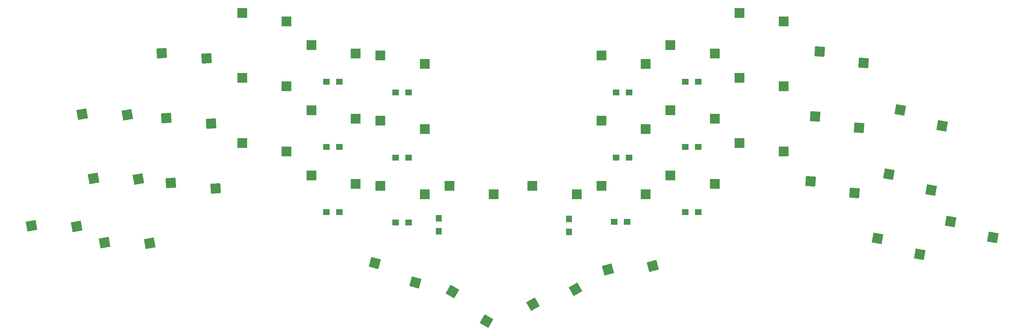
<source format=gbp>
G04 #@! TF.GenerationSoftware,KiCad,Pcbnew,9.0.2*
G04 #@! TF.CreationDate,2025-06-05T15:31:19+09:00*
G04 #@! TF.ProjectId,Totemkyle,546f7465-6d6b-4796-9c65-2e6b69636164,0.3*
G04 #@! TF.SameCoordinates,Original*
G04 #@! TF.FileFunction,Paste,Bot*
G04 #@! TF.FilePolarity,Positive*
%FSLAX46Y46*%
G04 Gerber Fmt 4.6, Leading zero omitted, Abs format (unit mm)*
G04 Created by KiCad (PCBNEW 9.0.2) date 2025-06-05 15:31:19*
%MOMM*%
%LPD*%
G01*
G04 APERTURE LIST*
G04 Aperture macros list*
%AMRotRect*
0 Rectangle, with rotation*
0 The origin of the aperture is its center*
0 $1 length*
0 $2 width*
0 $3 Rotation angle, in degrees counterclockwise*
0 Add horizontal line*
21,1,$1,$2,0,0,$3*%
G04 Aperture macros list end*
%ADD10RotRect,2.600000X2.600000X10.000000*%
%ADD11R,2.600000X2.600000*%
%ADD12RotRect,2.600000X2.600000X4.000000*%
%ADD13RotRect,2.600000X2.600000X356.000000*%
%ADD14RotRect,2.600000X2.600000X350.000000*%
%ADD15RotRect,2.600000X2.600000X345.000000*%
%ADD16RotRect,2.600000X2.600000X15.000000*%
%ADD17RotRect,2.600000X2.600000X30.000000*%
%ADD18RotRect,2.600000X2.600000X330.000000*%
%ADD19R,1.800000X1.500000*%
%ADD20R,1.500000X1.800000*%
G04 APERTURE END LIST*
D10*
X45996171Y-108190391D03*
X57752726Y-108351331D03*
D11*
X117854205Y-93374989D03*
X129404205Y-95574989D03*
X135854205Y-93374989D03*
X147404205Y-95574989D03*
D12*
X60848741Y-58739677D03*
X72524070Y-60128631D03*
D11*
X81854229Y-65218188D03*
X93404229Y-67418188D03*
X175478245Y-93374549D03*
X187028245Y-95574549D03*
D13*
X230064718Y-92207033D03*
X241433118Y-95207362D03*
D10*
X26894113Y-103798440D03*
X38650668Y-103959380D03*
D14*
X253360526Y-73586044D03*
X264353030Y-77758258D03*
D15*
X116404131Y-113494457D03*
X126991173Y-118608854D03*
D11*
X81854229Y-48217968D03*
X93404229Y-50417968D03*
D14*
X266510526Y-102661044D03*
X277503030Y-106833258D03*
D11*
X193478205Y-90654887D03*
X205028205Y-92854887D03*
D16*
X177174185Y-115189722D03*
X188900030Y-114325399D03*
D17*
X157615970Y-124248997D03*
X168718563Y-120379253D03*
D13*
X231250594Y-75248225D03*
X242618994Y-78248554D03*
D11*
X175478245Y-59374549D03*
X187028245Y-61574549D03*
X117854205Y-59374549D03*
X129404205Y-61574549D03*
X99854241Y-56654447D03*
X111404241Y-58854447D03*
D12*
X62034617Y-75698485D03*
X73709946Y-77087439D03*
D11*
X193478205Y-73654667D03*
X205028205Y-75854667D03*
X99854241Y-73654667D03*
X111404241Y-75854667D03*
D14*
X250408467Y-90327993D03*
X261400971Y-94500207D03*
D12*
X63220492Y-92657294D03*
X74895821Y-94046248D03*
D18*
X136616332Y-120973997D03*
X145518925Y-128654253D03*
D11*
X211478165Y-65218188D03*
X223028165Y-67418188D03*
D10*
X40092057Y-74706493D03*
X51848612Y-74867433D03*
D11*
X211478165Y-48217968D03*
X223028165Y-50417968D03*
D13*
X232436469Y-58289416D03*
X243804869Y-61289745D03*
D14*
X247456412Y-107069941D03*
X258448916Y-111242155D03*
D11*
X211478165Y-82218408D03*
X223028165Y-84418408D03*
X99854241Y-90654887D03*
X111404241Y-92854887D03*
X117854205Y-76374769D03*
X129404205Y-78574769D03*
X81854229Y-82218408D03*
X93404229Y-84418408D03*
D10*
X43044113Y-91448440D03*
X54800668Y-91609380D03*
D11*
X157478245Y-93374549D03*
X169028245Y-95574549D03*
X193478205Y-56654447D03*
X205028205Y-58854447D03*
X175478245Y-76374549D03*
X187028245Y-78574549D03*
D19*
X179309000Y-85990000D03*
X182709000Y-85990000D03*
X103809000Y-83240000D03*
X107209000Y-83240000D03*
X179309000Y-68990000D03*
X182709000Y-68990000D03*
X121809000Y-68990000D03*
X125209000Y-68990000D03*
D20*
X167009000Y-105440000D03*
X167009000Y-102040000D03*
D19*
X103809000Y-100240000D03*
X107209000Y-100240000D03*
X178809000Y-102740000D03*
X182209000Y-102740000D03*
D20*
X133059000Y-105240000D03*
X133059000Y-101840000D03*
D19*
X121809000Y-85990000D03*
X125209000Y-85990000D03*
X121809000Y-102990000D03*
X125209000Y-102990000D03*
X197309000Y-100240000D03*
X200709000Y-100240000D03*
X103809000Y-66240000D03*
X107209000Y-66240000D03*
X197309000Y-66240000D03*
X200709000Y-66240000D03*
X197309000Y-83240000D03*
X200709000Y-83240000D03*
M02*

</source>
